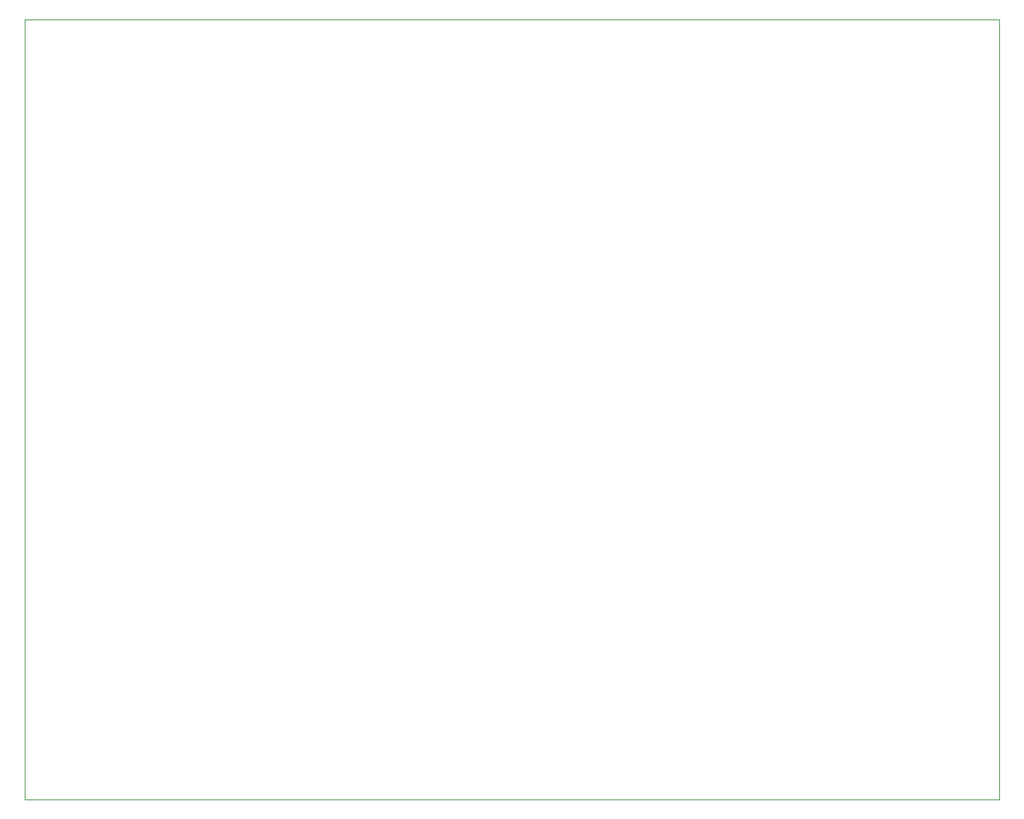
<source format=gbr>
%TF.GenerationSoftware,KiCad,Pcbnew,(5.1.6)-1*%
%TF.CreationDate,2021-03-20T19:18:11-04:00*%
%TF.ProjectId,MacroKeyboard2RotaryEncoders_Mech_with_profiles,4d616372-6f4b-4657-9962-6f6172643252,rev?*%
%TF.SameCoordinates,Original*%
%TF.FileFunction,Profile,NP*%
%FSLAX46Y46*%
G04 Gerber Fmt 4.6, Leading zero omitted, Abs format (unit mm)*
G04 Created by KiCad (PCBNEW (5.1.6)-1) date 2021-03-20 19:18:11*
%MOMM*%
%LPD*%
G01*
G04 APERTURE LIST*
%TA.AperFunction,Profile*%
%ADD10C,0.050000*%
%TD*%
G04 APERTURE END LIST*
D10*
X46000000Y-40000000D02*
X46000000Y-128000000D01*
X46000000Y-128000000D02*
X156000000Y-128000000D01*
X156000000Y-40000000D02*
X156000000Y-128000000D01*
X46000000Y-40000000D02*
X156000000Y-40000000D01*
M02*

</source>
